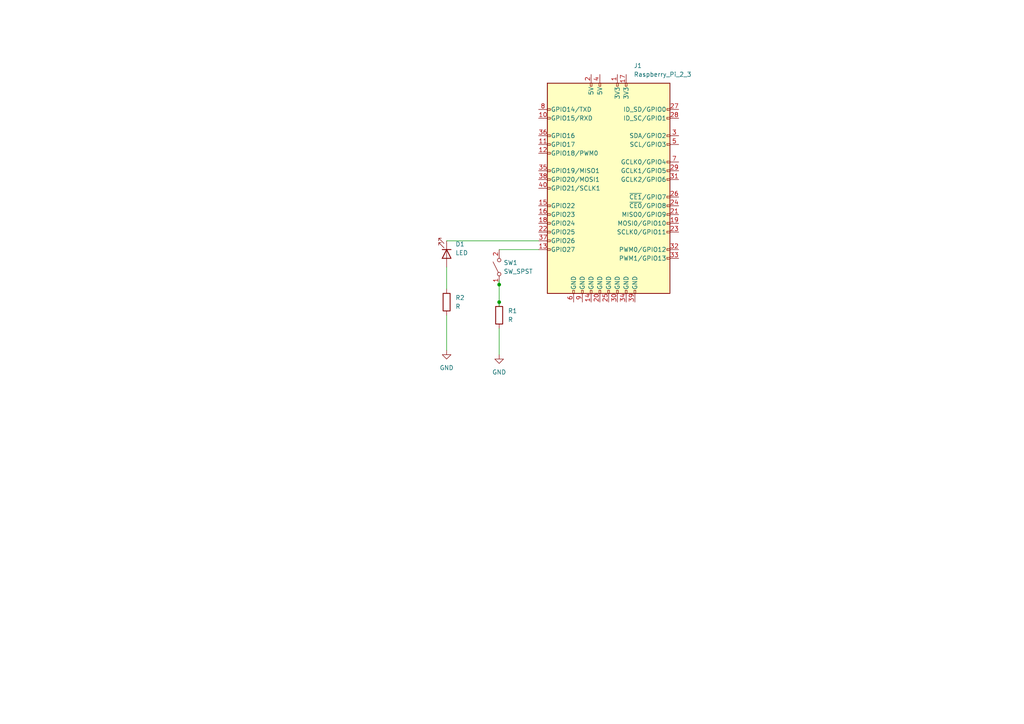
<source format=kicad_sch>
(kicad_sch (version 20230121) (generator eeschema)
  (paper "A4")
  (lib_symbols
    (symbol "Connector:Raspberry_Pi_2_3" (pin_names (offset 1.016))
      (property "Reference" "J" (at -17.78 31.75 0))
      (property "Value" "Raspberry_Pi_2_3" (at 10.16 -31.75 0))
      (symbol "Raspberry_Pi_2_3_0_1"
        (rectangle (start -17.78 30.48) (end 17.78 -30.48) (stroke (width 0.254)) (fill (type background)))
      )
      (symbol "Raspberry_Pi_2_3_1_1"
        (rectangle (start -16.891 -17.526) (end -17.78 -18.034))
        (rectangle (start -16.891 -14.986) (end -17.78 -15.494))
        (rectangle (start -16.891 -12.446) (end -17.78 -12.954))
        (rectangle (start -16.891 -9.906) (end -17.78 -10.414))
        (rectangle (start -16.891 -7.366) (end -17.78 -7.874))
        (rectangle (start -16.891 -4.826) (end -17.78 -5.334))
        (rectangle (start -16.891 0.254) (end -17.78 -0.254))
        (rectangle (start -16.891 2.794) (end -17.78 2.286))
        (rectangle (start -16.891 5.334) (end -17.78 4.826))
        (rectangle (start -16.891 10.414) (end -17.78 9.906))
        (rectangle (start -16.891 12.954) (end -17.78 12.446))
        (rectangle (start -16.891 15.494) (end -17.78 14.986))
        (rectangle (start -16.891 20.574) (end -17.78 20.066))
        (rectangle (start -16.891 23.114) (end -17.78 22.606))
        (rectangle (start -10.414 -29.591) (end -9.906 -30.48))
        (rectangle (start -7.874 -29.591) (end -7.366 -30.48))
        (rectangle (start -5.334 -29.591) (end -4.826 -30.48))
        (rectangle (start -5.334 30.48) (end -4.826 29.591))
        (rectangle (start -2.794 -29.591) (end -2.286 -30.48))
        (rectangle (start -2.794 30.48) (end -2.286 29.591))
        (rectangle (start -0.254 -29.591) (end 0.254 -30.48))
        (rectangle (start 2.286 -29.591) (end 2.794 -30.48))
        (rectangle (start 2.286 30.48) (end 2.794 29.591))
        (rectangle (start 4.826 -29.591) (end 5.334 -30.48))
        (rectangle (start 4.826 30.48) (end 5.334 29.591))
        (rectangle (start 7.366 -29.591) (end 7.874 -30.48))
        (rectangle (start 17.78 -20.066) (end 16.891 -20.574))
        (rectangle (start 17.78 -17.526) (end 16.891 -18.034))
        (rectangle (start 17.78 -12.446) (end 16.891 -12.954))
        (rectangle (start 17.78 -9.906) (end 16.891 -10.414))
        (rectangle (start 17.78 -7.366) (end 16.891 -7.874))
        (rectangle (start 17.78 -4.826) (end 16.891 -5.334))
        (rectangle (start 17.78 -2.286) (end 16.891 -2.794))
        (rectangle (start 17.78 2.794) (end 16.891 2.286))
        (rectangle (start 17.78 5.334) (end 16.891 4.826))
        (rectangle (start 17.78 7.874) (end 16.891 7.366))
        (rectangle (start 17.78 12.954) (end 16.891 12.446))
        (rectangle (start 17.78 15.494) (end 16.891 14.986))
        (rectangle (start 17.78 20.574) (end 16.891 20.066))
        (rectangle (start 17.78 23.114) (end 16.891 22.606))
        (pin power_in line (at 2.54 33.02 270) (length 2.54) (name "3V3") (number "1"))
        (pin bidirectional line (at -20.32 20.32 0) (length 2.54) (name "GPIO15/RXD") (number "10"))
        (pin bidirectional line (at -20.32 12.7 0) (length 2.54) (name "GPIO17") (number "11"))
        (pin bidirectional line (at -20.32 10.16 0) (length 2.54) (name "GPIO18/PWM0") (number "12"))
        (pin bidirectional line (at -20.32 -17.78 0) (length 2.54) (name "GPIO27") (number "13"))
        (pin power_in line (at -5.08 -33.02 90) (length 2.54) (name "GND") (number "14"))
        (pin bidirectional line (at -20.32 -5.08 0) (length 2.54) (name "GPIO22") (number "15"))
        (pin bidirectional line (at -20.32 -7.62 0) (length 2.54) (name "GPIO23") (number "16"))
        (pin power_in line (at 5.08 33.02 270) (length 2.54) (name "3V3") (number "17"))
        (pin bidirectional line (at -20.32 -10.16 0) (length 2.54) (name "GPIO24") (number "18"))
        (pin bidirectional line (at 20.32 -10.16 180) (length 2.54) (name "MOSI0/GPIO10") (number "19"))
        (pin power_in line (at -5.08 33.02 270) (length 2.54) (name "5V") (number "2"))
        (pin power_in line (at -2.54 -33.02 90) (length 2.54) (name "GND") (number "20"))
        (pin bidirectional line (at 20.32 -7.62 180) (length 2.54) (name "MISO0/GPIO9") (number "21"))
        (pin bidirectional line (at -20.32 -12.7 0) (length 2.54) (name "GPIO25") (number "22"))
        (pin bidirectional line (at 20.32 -12.7 180) (length 2.54) (name "SCLK0/GPIO11") (number "23"))
        (pin bidirectional line (at 20.32 -5.08 180) (length 2.54) (name "~{CE0}/GPIO8") (number "24"))
        (pin power_in line (at 0 -33.02 90) (length 2.54) (name "GND") (number "25"))
        (pin bidirectional line (at 20.32 -2.54 180) (length 2.54) (name "~{CE1}/GPIO7") (number "26"))
        (pin bidirectional line (at 20.32 22.86 180) (length 2.54) (name "ID_SD/GPIO0") (number "27"))
        (pin bidirectional line (at 20.32 20.32 180) (length 2.54) (name "ID_SC/GPIO1") (number "28"))
        (pin bidirectional line (at 20.32 5.08 180) (length 2.54) (name "GCLK1/GPIO5") (number "29"))
        (pin bidirectional line (at 20.32 15.24 180) (length 2.54) (name "SDA/GPIO2") (number "3"))
        (pin power_in line (at 2.54 -33.02 90) (length 2.54) (name "GND") (number "30"))
        (pin bidirectional line (at 20.32 2.54 180) (length 2.54) (name "GCLK2/GPIO6") (number "31"))
        (pin bidirectional line (at 20.32 -17.78 180) (length 2.54) (name "PWM0/GPIO12") (number "32"))
        (pin bidirectional line (at 20.32 -20.32 180) (length 2.54) (name "PWM1/GPIO13") (number "33"))
        (pin power_in line (at 5.08 -33.02 90) (length 2.54) (name "GND") (number "34"))
        (pin bidirectional line (at -20.32 5.08 0) (length 2.54) (name "GPIO19/MISO1") (number "35"))
        (pin bidirectional line (at -20.32 15.24 0) (length 2.54) (name "GPIO16") (number "36"))
        (pin bidirectional line (at -20.32 -15.24 0) (length 2.54) (name "GPIO26") (number "37"))
        (pin bidirectional line (at -20.32 2.54 0) (length 2.54) (name "GPIO20/MOSI1") (number "38"))
        (pin power_in line (at 7.62 -33.02 90) (length 2.54) (name "GND") (number "39"))
        (pin power_in line (at -2.54 33.02 270) (length 2.54) (name "5V") (number "4"))
        (pin bidirectional line (at -20.32 0 0) (length 2.54) (name "GPIO21/SCLK1") (number "40"))
        (pin bidirectional line (at 20.32 12.7 180) (length 2.54) (name "SCL/GPIO3") (number "5"))
        (pin power_in line (at -10.16 -33.02 90) (length 2.54) (name "GND") (number "6"))
        (pin bidirectional line (at 20.32 7.62 180) (length 2.54) (name "GCLK0/GPIO4") (number "7"))
        (pin bidirectional line (at -20.32 22.86 0) (length 2.54) (name "GPIO14/TXD") (number "8"))
        (pin power_in line (at -7.62 -33.02 90) (length 2.54) (name "GND") (number "9"))
      )
    )
    (symbol "Device:LED" (pin_numbers hide) (pin_names (offset 1.016) hide)
      (property "Reference" "D" (at 0 2.54 0))
      (property "Value" "LED" (at 0 -2.54 0))
      (symbol "LED_0_1"
        (polyline (pts (xy -1.27 -1.27) (xy -1.27 1.27)) (stroke (width 0.254)))
        (polyline (pts (xy -1.27 0) (xy 1.27 0)))
        (polyline (pts (xy 1.27 -1.27) (xy 1.27 1.27) (xy -1.27 0) (xy 1.27 -1.27)) (stroke (width 0.254)))
        (polyline (pts (xy -3.048 -0.762) (xy -4.572 -2.286) (xy -3.81 -2.286) (xy -4.572 -2.286) (xy -4.572 -1.524)))
        (polyline (pts (xy -1.778 -0.762) (xy -3.302 -2.286) (xy -2.54 -2.286) (xy -3.302 -2.286) (xy -3.302 -1.524)))
      )
      (symbol "LED_1_1"
        (pin passive line (at -3.81 0 0) (length 2.54) (name "K") (number "1"))
        (pin passive line (at 3.81 0 180) (length 2.54) (name "A") (number "2"))
      )
    )
    (symbol "Device:R" (pin_numbers hide) (pin_names (offset 0))
      (property "Reference" "R" (at 2.032 0 90))
      (property "Value" "R" (at 0 0 90))
      (symbol "R_0_1"
        (rectangle (start -1.016 -2.54) (end 1.016 2.54) (stroke (width 0.254)))
      )
      (symbol "R_1_1"
        (pin passive line (at 0 3.81 270) (length 1.27) (name "~") (number "1"))
        (pin passive line (at 0 -3.81 90) (length 1.27) (name "~") (number "2"))
      )
    )
    (symbol "Switch:SW_SPST" (pin_names (offset 0) hide)
      (property "Reference" "SW" (at 0 3.175 0))
      (property "Value" "SW_SPST" (at 0 -2.54 0))
      (symbol "SW_SPST_0_0"
        (circle (center -2.032 0) (radius 0.508))
        (polyline (pts (xy -1.524 0.254) (xy 1.524 1.778)))
        (circle (center 2.032 0) (radius 0.508))
      )
      (symbol "SW_SPST_1_1"
        (pin passive line (at -5.08 0 0) (length 2.54) (name "A") (number "1"))
        (pin passive line (at 5.08 0 180) (length 2.54) (name "B") (number "2"))
      )
    )
    (symbol "power:GND" (power) (pin_names (offset 0))
      (property "Value" "GND" (at 0 -3.81 0))
      (symbol "GND_0_1"
        (polyline (pts (xy 0 0) (xy 0 -1.27) (xy 1.27 -1.27) (xy 0 -2.54) (xy -1.27 -1.27) (xy 0 -1.27)))
      )
      (symbol "GND_1_1"
        (pin power_in line (at 0 0 270) (length 0) hide (name "GND") (number "1"))
      )
    )
  )
  (junction (at 144.78 87.63))
  (junction (at 144.78 82.55))
  (wire (pts (xy 144.78 72.39) (xy 156.21 72.39)))
  (wire (pts (xy 129.54 69.85) (xy 156.21 69.85)))
  (wire (pts (xy 144.78 87.63) (xy 144.78 88.9)))
  (wire (pts (xy 144.78 82.55) (xy 144.78 87.63)))
  (wire (pts (xy 129.54 77.47) (xy 129.54 83.82)))
  (wire (pts (xy 129.54 91.44) (xy 129.54 101.6)))
  (wire (pts (xy 144.78 95.25) (xy 144.78 102.87)))
  (wire (pts (xy 144.78 81.28) (xy 144.78 82.55)))
  (symbol (lib_id "power:GND") (at 129.54 101.6 0) (unit 1)
    (property "Reference" "#PWR02" (effects hide))
    (property "Value" "GND" (at 129.54 106.68 0))
  )
  (symbol (lib_id "Connector:Raspberry_Pi_2_3") (at 176.53 54.61 0) (unit 1)
    (property "Reference" "J1" (at 183.8041 19.05 0) (effects (justify left)))
    (property "Value" "Raspberry_Pi_2_3" (at 183.8041 21.59 0) (effects (justify left)))
    (property "Footprint" "Connector_PinHeader_2.54mm:PinHeader_2x20_P2.54mm_Vertical_SMD" (effects hide))
    (property "Datasheet" "https://www.raspberrypi.org/documentation/hardware/raspberrypi/schematics/rpi_SCH_3bplus_1p0_reduced.pdf" (effects hide))
  )
  (symbol (lib_id "Device:R") (at 144.78 91.44 0) (unit 1)
    (property "Reference" "R1" (at 147.32 90.17 0) (effects (justify left)))
    (property "Value" "R" (at 147.32 92.71 0) (effects (justify left)))
    (property "Footprint" "Resistor_SMD:R_0201_0603Metric_Pad0.64x0.40mm_HandSolder" (effects hide))
  )
  (symbol (lib_id "power:GND") (at 144.78 102.87 0) (unit 1)
    (property "Reference" "#PWR01" (effects hide))
    (property "Value" "GND" (at 144.78 107.95 0))
  )
  (symbol (lib_id "Switch:SW_SPST") (at 144.78 77.47 90) (unit 1)
    (property "Reference" "SW1" (at 146.05 76.2 90) (effects (justify right)))
    (property "Value" "SW_SPST" (at 146.05 78.74 90) (effects (justify right)))
  )
  (symbol (lib_id "Device:LED") (at 129.54 73.66 270) (unit 1)
    (property "Reference" "D1" (at 132.08 70.8025 90) (effects (justify left)))
    (property "Value" "LED" (at 132.08 73.3425 90) (effects (justify left)))
    (property "Footprint" "LED_SMD:LED_0603_1608Metric_Pad1.05x0.95mm_HandSolder" (effects hide))
  )
  (symbol (lib_id "Device:R") (at 129.54 87.63 0) (unit 1)
    (property "Reference" "R2" (at 132.08 86.36 0) (effects (justify left)))
    (property "Value" "R" (at 132.08 88.9 0) (effects (justify left)))
    (property "Footprint" "Resistor_SMD:R_0603_1608Metric_Pad0.98x0.95mm_HandSolder" (effects hide))
  )
)
</source>
